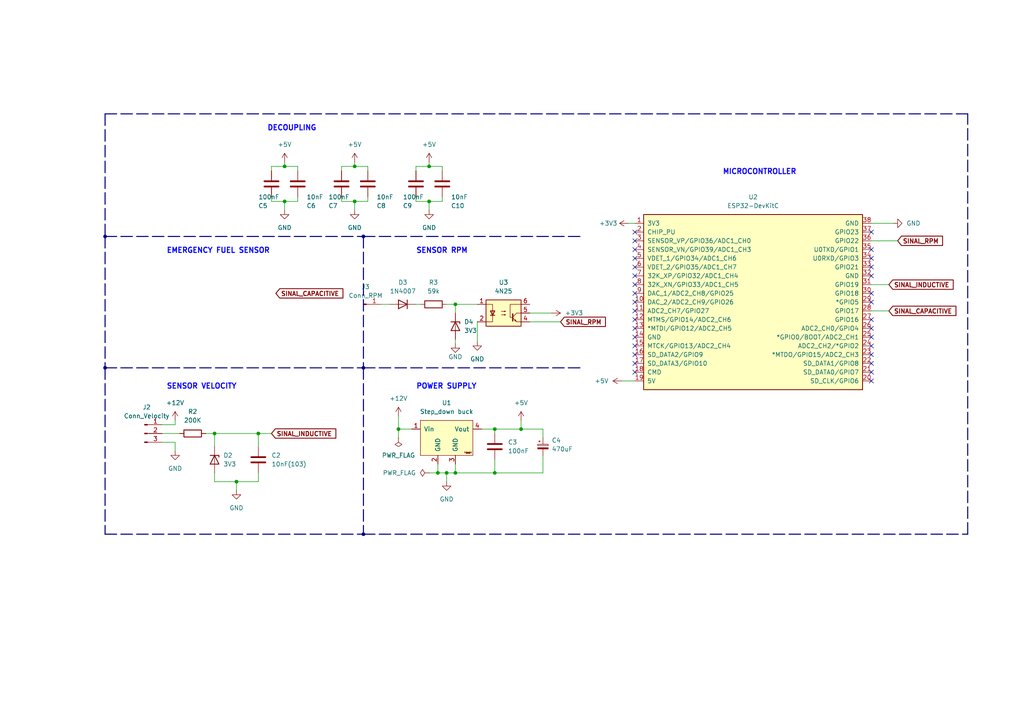
<source format=kicad_sch>
(kicad_sch (version 20230121) (generator eeschema)
  (paper "A4")
  (lib_symbols
    (symbol "Connector:Conn_01x01_Pin" (pin_names (offset 1.016) hide)
      (property "Reference" "J" (at 0 2.54 0))
      (property "Value" "Conn_01x01_Pin" (at 0 -2.54 0))
      (symbol "Conn_01x01_Pin_1_1"
        (polyline (pts (xy 1.27 0) (xy 0.8636 0)) (stroke (width 0.1524)))
        (rectangle (start 0.8636 0.127) (end 0 -0.127) (stroke (width 0.1524)) (fill (type outline)))
        (pin passive line (at 5.08 0 180) (length 3.81) (name "Pin_1") (number "1"))
      )
    )
    (symbol "Connector:Conn_01x03_Pin" (pin_names (offset 1.016) hide)
      (property "Reference" "J" (at 0 5.08 0))
      (property "Value" "Conn_01x03_Pin" (at 0 -5.08 0))
      (symbol "Conn_01x03_Pin_1_1"
        (polyline (pts (xy 1.27 -2.54) (xy 0.8636 -2.54)) (stroke (width 0.1524)))
        (polyline (pts (xy 1.27 0) (xy 0.8636 0)) (stroke (width 0.1524)))
        (polyline (pts (xy 1.27 2.54) (xy 0.8636 2.54)) (stroke (width 0.1524)))
        (rectangle (start 0.8636 -2.413) (end 0 -2.667) (stroke (width 0.1524)) (fill (type outline)))
        (rectangle (start 0.8636 0.127) (end 0 -0.127) (stroke (width 0.1524)) (fill (type outline)))
        (rectangle (start 0.8636 2.667) (end 0 2.413) (stroke (width 0.1524)) (fill (type outline)))
        (pin passive line (at 5.08 2.54 180) (length 3.81) (name "Pin_1") (number "1"))
        (pin passive line (at 5.08 0 180) (length 3.81) (name "Pin_2") (number "2"))
        (pin passive line (at 5.08 -2.54 180) (length 3.81) (name "Pin_3") (number "3"))
      )
    )
    (symbol "Device:C" (pin_numbers hide) (pin_names (offset 0.254))
      (property "Reference" "C" (at 0.635 2.54 0))
      (property "Value" "C" (at 0.635 -2.54 0))
      (symbol "C_0_1"
        (polyline (pts (xy -2.032 -0.762) (xy 2.032 -0.762)) (stroke (width 0.508)))
        (polyline (pts (xy -2.032 0.762) (xy 2.032 0.762)) (stroke (width 0.508)))
      )
      (symbol "C_1_1"
        (pin passive line (at 0 3.81 270) (length 2.794) (name "~") (number "1"))
        (pin passive line (at 0 -3.81 90) (length 2.794) (name "~") (number "2"))
      )
    )
    (symbol "Device:C_Polarized_Small" (pin_numbers hide) (pin_names (offset 0.254) hide)
      (property "Reference" "C" (at 0.254 1.778 0))
      (property "Value" "C_Polarized_Small" (at 0.254 -2.032 0))
      (symbol "C_Polarized_Small_0_1"
        (rectangle (start -1.524 -0.3048) (end 1.524 -0.6858) (fill (type outline)))
        (rectangle (start -1.524 0.6858) (end 1.524 0.3048))
        (polyline (pts (xy -1.27 1.524) (xy -0.762 1.524)))
        (polyline (pts (xy -1.016 1.27) (xy -1.016 1.778)))
      )
      (symbol "C_Polarized_Small_1_1"
        (pin passive line (at 0 2.54 270) (length 1.8542) (name "~") (number "1"))
        (pin passive line (at 0 -2.54 90) (length 1.8542) (name "~") (number "2"))
      )
    )
    (symbol "Device:D" (pin_numbers hide) (pin_names (offset 1.016) hide)
      (property "Reference" "D" (at 0 2.54 0))
      (property "Value" "D" (at 0 -2.54 0))
      (symbol "D_0_1"
        (polyline (pts (xy -1.27 1.27) (xy -1.27 -1.27)) (stroke (width 0.254)))
        (polyline (pts (xy 1.27 0) (xy -1.27 0)))
        (polyline (pts (xy 1.27 1.27) (xy 1.27 -1.27) (xy -1.27 0) (xy 1.27 1.27)) (stroke (width 0.254)))
      )
      (symbol "D_1_1"
        (pin passive line (at -3.81 0 0) (length 2.54) (name "K") (number "1"))
        (pin passive line (at 3.81 0 180) (length 2.54) (name "A") (number "2"))
      )
    )
    (symbol "Device:D_Zener" (pin_numbers hide) (pin_names (offset 1.016) hide)
      (property "Reference" "D" (at 0 2.54 0))
      (property "Value" "D_Zener" (at 0 -2.54 0))
      (symbol "D_Zener_0_1"
        (polyline (pts (xy 1.27 0) (xy -1.27 0)))
        (polyline (pts (xy -1.27 -1.27) (xy -1.27 1.27) (xy -0.762 1.27)) (stroke (width 0.254)))
        (polyline (pts (xy 1.27 -1.27) (xy 1.27 1.27) (xy -1.27 0) (xy 1.27 -1.27)) (stroke (width 0.254)))
      )
      (symbol "D_Zener_1_1"
        (pin passive line (at -3.81 0 0) (length 2.54) (name "K") (number "1"))
        (pin passive line (at 3.81 0 180) (length 2.54) (name "A") (number "2"))
      )
    )
    (symbol "Device:R" (pin_numbers hide) (pin_names (offset 0))
      (property "Reference" "R" (at 2.032 0 90))
      (property "Value" "R" (at 0 0 90))
      (symbol "R_0_1"
        (rectangle (start -1.016 -2.54) (end 1.016 2.54) (stroke (width 0.254)))
      )
      (symbol "R_1_1"
        (pin passive line (at 0 3.81 270) (length 1.27) (name "~") (number "1"))
        (pin passive line (at 0 -3.81 90) (length 1.27) (name "~") (number "2"))
      )
    )
    (symbol "Espressif:ESP32-DevKitC" (pin_names (offset 1.016))
      (property "Reference" "U" (at -30.48 30.48 0))
      (property "Value" "ESP32-DevKitC" (at -30.48 27.94 0))
      (symbol "ESP32-DevKitC_0_0"
        (pin power_in line (at -33.02 -10.16 0) (length 2.54) (name "GND") (number "14"))
        (pin power_in line (at -33.02 -22.86 0) (length 2.54) (name "5V") (number "19"))
      )
      (symbol "ESP32-DevKitC_0_1"
        (rectangle (start -30.48 25.4) (end 33.02 -25.4) (stroke (width 0.254)) (fill (type background)))
      )
      (symbol "ESP32-DevKitC_1_1"
        (pin power_in line (at -33.02 22.86 0) (length 2.54) (name "3V3") (number "1"))
        (pin bidirectional line (at -33.02 0 0) (length 2.54) (name "DAC_2/ADC2_CH9/GPIO26") (number "10"))
        (pin bidirectional line (at -33.02 -2.54 0) (length 2.54) (name "ADC2_CH7/GPIO27") (number "11"))
        (pin bidirectional line (at -33.02 -5.08 0) (length 2.54) (name "MTMS/GPIO14/ADC2_CH6") (number "12"))
        (pin bidirectional line (at -33.02 -7.62 0) (length 2.54) (name "*MTDI/GPIO12/ADC2_CH5") (number "13"))
        (pin bidirectional line (at -33.02 -12.7 0) (length 2.54) (name "MTCK/GPIO13/ADC2_CH4") (number "15"))
        (pin bidirectional line (at -33.02 -15.24 0) (length 2.54) (name "SD_DATA2/GPIO9") (number "16"))
        (pin bidirectional line (at -33.02 -17.78 0) (length 2.54) (name "SD_DATA3/GPIO10") (number "17"))
        (pin bidirectional line (at -33.02 -20.32 0) (length 2.54) (name "CMD") (number "18"))
        (pin input line (at -33.02 20.32 0) (length 2.54) (name "CHIP_PU") (number "2"))
        (pin bidirectional line (at 35.56 -22.86 180) (length 2.54) (name "SD_CLK/GPIO6") (number "20"))
        (pin bidirectional line (at 35.56 -20.32 180) (length 2.54) (name "SD_DATA0/GPIO7") (number "21"))
        (pin bidirectional line (at 35.56 -17.78 180) (length 2.54) (name "SD_DATA1/GPIO8") (number "22"))
        (pin bidirectional line (at 35.56 -15.24 180) (length 2.54) (name "*MTDO/GPIO15/ADC2_CH3") (number "23"))
        (pin bidirectional line (at 35.56 -12.7 180) (length 2.54) (name "ADC2_CH2/*GPIO2") (number "24"))
        (pin bidirectional line (at 35.56 -10.16 180) (length 2.54) (name "*GPIO0/BOOT/ADC2_CH1") (number "25"))
        (pin bidirectional line (at 35.56 -7.62 180) (length 2.54) (name "ADC2_CH0/GPIO4") (number "26"))
        (pin bidirectional line (at 35.56 -5.08 180) (length 2.54) (name "GPIO16") (number "27"))
        (pin bidirectional line (at 35.56 -2.54 180) (length 2.54) (name "GPIO17") (number "28"))
        (pin bidirectional line (at 35.56 0 180) (length 2.54) (name "*GPIO5") (number "29"))
        (pin input line (at -33.02 17.78 0) (length 2.54) (name "SENSOR_VP/GPIO36/ADC1_CH0") (number "3"))
        (pin bidirectional line (at 35.56 2.54 180) (length 2.54) (name "GPIO18") (number "30"))
        (pin bidirectional line (at 35.56 5.08 180) (length 2.54) (name "GPIO19") (number "31"))
        (pin power_in line (at 35.56 7.62 180) (length 2.54) (name "GND") (number "32"))
        (pin bidirectional line (at 35.56 10.16 180) (length 2.54) (name "GPIO21") (number "33"))
        (pin bidirectional line (at 35.56 12.7 180) (length 2.54) (name "U0RXD/GPIO3") (number "34"))
        (pin bidirectional line (at 35.56 15.24 180) (length 2.54) (name "U0TXD/GPIO1") (number "35"))
        (pin bidirectional line (at 35.56 17.78 180) (length 2.54) (name "GPIO22") (number "36"))
        (pin bidirectional line (at 35.56 20.32 180) (length 2.54) (name "GPIO23") (number "37"))
        (pin power_in line (at 35.56 22.86 180) (length 2.54) (name "GND") (number "38"))
        (pin input line (at -33.02 15.24 0) (length 2.54) (name "SENSOR_VN/GPIO39/ADC1_CH3") (number "4"))
        (pin input line (at -33.02 12.7 0) (length 2.54) (name "VDET_1/GPIO34/ADC1_CH6") (number "5"))
        (pin input line (at -33.02 10.16 0) (length 2.54) (name "VDET_2/GPIO35/ADC1_CH7") (number "6"))
        (pin bidirectional line (at -33.02 7.62 0) (length 2.54) (name "32K_XP/GPIO32/ADC1_CH4") (number "7"))
        (pin bidirectional line (at -33.02 5.08 0) (length 2.54) (name "32K_XN/GPIO33/ADC1_CH5") (number "8"))
        (pin bidirectional line (at -33.02 2.54 0) (length 2.54) (name "DAC_1/ADC2_CH8/GPIO25") (number "9"))
      )
    )
    (symbol "Isolator:4N25" (pin_names (offset 1.016))
      (property "Reference" "U" (at -5.08 5.08 0))
      (property "Value" "4N25" (at 0 5.08 0))
      (symbol "4N25_0_1"
        (rectangle (start -5.08 3.81) (end 5.08 -3.81) (stroke (width 0.254)) (fill (type background)))
        (polyline (pts (xy -3.81 -0.635) (xy -2.54 -0.635)) (stroke (width 0.254)))
        (polyline (pts (xy 2.667 -1.397) (xy 3.81 -2.54)))
        (polyline (pts (xy 2.667 -1.143) (xy 3.81 0)))
        (polyline (pts (xy 3.81 -2.54) (xy 5.08 -2.54)))
        (polyline (pts (xy 3.81 0) (xy 5.08 0)))
        (polyline (pts (xy 2.667 -0.254) (xy 2.667 -2.286) (xy 2.667 -2.286)) (stroke (width 0.3556)))
        (polyline (pts (xy -5.08 -2.54) (xy -3.175 -2.54) (xy -3.175 2.54) (xy -5.08 2.54)))
        (polyline (pts (xy -3.175 -0.635) (xy -3.81 0.635) (xy -2.54 0.635) (xy -3.175 -0.635)) (stroke (width 0.254)))
        (polyline (pts (xy 3.683 -2.413) (xy 3.429 -1.905) (xy 3.175 -2.159) (xy 3.683 -2.413)))
        (polyline (pts (xy 5.08 2.54) (xy 1.905 2.54) (xy 1.905 -1.27) (xy 2.54 -1.27)))
        (polyline (pts (xy -0.635 -0.508) (xy 0.635 -0.508) (xy 0.254 -0.635) (xy 0.254 -0.381) (xy 0.635 -0.508)))
        (polyline (pts (xy -0.635 0.508) (xy 0.635 0.508) (xy 0.254 0.381) (xy 0.254 0.635) (xy 0.635 0.508)))
      )
      (symbol "4N25_1_1"
        (pin passive line (at -7.62 2.54 0) (length 2.54) (name "~") (number "1"))
        (pin passive line (at -7.62 -2.54 0) (length 2.54) (name "~") (number "2"))
        (pin no_connect line (at -5.08 0 0) (length 2.54) hide (name "NC") (number "3"))
        (pin passive line (at 7.62 -2.54 180) (length 2.54) (name "~") (number "4"))
        (pin passive line (at 7.62 0 180) (length 2.54) (name "~") (number "5"))
        (pin passive line (at 7.62 2.54 180) (length 2.54) (name "~") (number "6"))
      )
    )
    (symbol "StepDown_LM2596:YAAJ_DCDC_StepDown_LM2596" (pin_names (offset 1.016))
      (property "Reference" "U" (at -5.08 6.35 0))
      (property "Value" "YAAJ_DCDC_StepDown_LM2596" (at 0 11.43 0))
      (symbol "YAAJ_DCDC_StepDown_LM2596_0_1"
        (rectangle (start -7.62 5.08) (end 7.62 -5.08) (fill (type background)))
      )
      (symbol "YAAJ_DCDC_StepDown_LM2596_1_1"
        (text "Y@@V" (at 6.1976 -4.2672 0) (effects (font (size 0.508 0.508))))
        (pin power_in line (at -10.16 2.54 0) (length 2.54) (name "Vin") (number "1"))
        (pin power_in line (at -2.54 -7.62 90) (length 2.54) (name "GND") (number "2"))
        (pin power_in line (at 2.54 -7.62 90) (length 2.54) (name "GND") (number "3"))
        (pin power_out line (at 10.16 2.54 180) (length 2.54) (name "Vout") (number "4"))
      )
    )
    (symbol "power:+12V" (power) (pin_names (offset 0))
      (property "Value" "+12V" (at 0 3.556 0))
      (symbol "+12V_0_1"
        (polyline (pts (xy -0.762 1.27) (xy 0 2.54)))
        (polyline (pts (xy 0 0) (xy 0 2.54)))
        (polyline (pts (xy 0 2.54) (xy 0.762 1.27)))
      )
      (symbol "+12V_1_1"
        (pin power_in line (at 0 0 90) (length 0) hide (name "+12V") (number "1"))
      )
    )
    (symbol "power:+3V3" (power) (pin_names (offset 0))
      (property "Value" "+3V3" (at 0 3.556 0))
      (symbol "+3V3_0_1"
        (polyline (pts (xy -0.762 1.27) (xy 0 2.54)))
        (polyline (pts (xy 0 0) (xy 0 2.54)))
        (polyline (pts (xy 0 2.54) (xy 0.762 1.27)))
      )
      (symbol "+3V3_1_1"
        (pin power_in line (at 0 0 90) (length 0) hide (name "+3V3") (number "1"))
      )
    )
    (symbol "power:+5V" (power) (pin_names (offset 0))
      (property "Value" "+5V" (at 0 3.556 0))
      (symbol "+5V_0_1"
        (polyline (pts (xy -0.762 1.27) (xy 0 2.54)))
        (polyline (pts (xy 0 0) (xy 0 2.54)))
        (polyline (pts (xy 0 2.54) (xy 0.762 1.27)))
      )
      (symbol "+5V_1_1"
        (pin power_in line (at 0 0 90) (length 0) hide (name "+5V") (number "1"))
      )
    )
    (symbol "power:GND" (power) (pin_names (offset 0))
      (property "Value" "GND" (at 0 -3.81 0))
      (symbol "GND_0_1"
        (polyline (pts (xy 0 0) (xy 0 -1.27) (xy 1.27 -1.27) (xy 0 -2.54) (xy -1.27 -1.27) (xy 0 -1.27)))
      )
      (symbol "GND_1_1"
        (pin power_in line (at 0 0 270) (length 0) hide (name "GND") (number "1"))
      )
    )
    (symbol "power:PWR_FLAG" (power) (pin_numbers hide) (pin_names (offset 0) hide)
      (property "Value" "PWR_FLAG" (at 0 3.81 0))
      (symbol "PWR_FLAG_0_0"
        (pin power_out line (at 0 0 90) (length 0) (name "pwr") (number "1"))
      )
      (symbol "PWR_FLAG_0_1"
        (polyline (pts (xy 0 0) (xy 0 1.27) (xy -1.016 1.905) (xy 0 2.54) (xy 1.016 1.905) (xy 0 1.27)))
      )
    )
  )
  (junction (at 62.23 125.73))
  (junction (at 115.57 124.46))
  (junction (at 82.55 58.42))
  (junction (at 102.87 58.42))
  (junction (at 132.08 137.16))
  (junction (at 30.48 68.58))
  (junction (at 102.87 48.26))
  (junction (at 132.08 88.265))
  (junction (at 151.13 124.46))
  (junction (at 143.51 137.16))
  (junction (at 143.51 124.46))
  (junction (at 105.41 106.68))
  (junction (at 74.93 125.73))
  (junction (at 127 137.16))
  (junction (at 124.46 48.26))
  (junction (at 82.55 48.26))
  (junction (at 129.54 137.16))
  (junction (at 105.41 68.58))
  (junction (at 124.46 58.42))
  (junction (at 30.48 106.68))
  (junction (at 105.41 154.94))
  (junction (at 68.58 139.7))
  (no_connect (at 252.73 67.31))
  (no_connect (at 184.15 107.95))
  (no_connect (at 252.73 100.33))
  (no_connect (at 184.15 80.01))
  (no_connect (at 184.15 74.93))
  (no_connect (at 252.73 77.47))
  (no_connect (at 252.73 87.63))
  (no_connect (at 184.15 102.87))
  (no_connect (at 184.15 69.85))
  (no_connect (at 252.73 105.41))
  (no_connect (at 184.15 105.41))
  (no_connect (at 184.15 97.79))
  (no_connect (at 252.73 107.95))
  (no_connect (at 184.15 72.39))
  (no_connect (at 184.15 100.33))
  (no_connect (at 184.15 87.63))
  (no_connect (at 252.73 72.39))
  (no_connect (at 252.73 92.71))
  (no_connect (at 184.15 85.09))
  (no_connect (at 252.73 95.25))
  (no_connect (at 184.15 82.55))
  (no_connect (at 184.15 77.47))
  (no_connect (at 252.73 97.79))
  (no_connect (at 252.73 102.87))
  (no_connect (at 184.15 67.31))
  (no_connect (at 252.73 74.93))
  (no_connect (at 252.73 85.09))
  (no_connect (at 184.15 95.25))
  (no_connect (at 252.73 80.01))
  (no_connect (at 184.15 90.17))
  (no_connect (at 184.15 92.71))
  (no_connect (at 252.73 110.49))
  (bus (pts (xy 30.48 68.58) (xy 105.41 68.58)) (stroke (width 0) (type dash)))
  (wire (pts (xy 62.23 137.16) (xy 62.23 139.7)))
  (wire (pts (xy 68.58 139.7) (xy 74.93 139.7)))
  (bus (pts (xy 30.48 33.02) (xy 280.67 33.02)) (stroke (width 0) (type dash)))
  (bus (pts (xy 30.48 106.68) (xy 30.48 154.94)) (stroke (width 0) (type dash)))
  (wire (pts (xy 82.55 48.26) (xy 86.36 48.26)))
  (bus (pts (xy 105.41 106.68) (xy 168.91 106.68)) (stroke (width 0) (type dash)))
  (bus (pts (xy 105.41 68.58) (xy 105.41 106.68)) (stroke (width 0) (type dash)))
  (wire (pts (xy 252.73 69.85) (xy 260.35 69.85)))
  (wire (pts (xy 132.08 88.265) (xy 138.43 88.265)))
  (wire (pts (xy 86.36 58.42) (xy 86.36 57.15)))
  (wire (pts (xy 132.08 88.265) (xy 132.08 90.805)))
  (wire (pts (xy 252.73 64.77) (xy 259.08 64.77)))
  (bus (pts (xy 105.41 106.68) (xy 105.41 154.94)) (stroke (width 0) (type dash)))
  (wire (pts (xy 143.51 124.46) (xy 143.51 125.73)))
  (wire (pts (xy 132.08 137.16) (xy 132.08 134.62)))
  (wire (pts (xy 106.68 48.26) (xy 106.68 49.53)))
  (bus (pts (xy 105.41 68.58) (xy 168.91 68.58)) (stroke (width 0) (type dash)))
  (wire (pts (xy 115.57 127) (xy 115.57 124.46)))
  (bus (pts (xy 30.48 33.02) (xy 30.48 68.58)) (stroke (width 0) (type dash)))
  (wire (pts (xy 102.87 48.26) (xy 106.68 48.26)))
  (bus (pts (xy 30.48 106.68) (xy 105.41 106.68)) (stroke (width 0) (type dash)))
  (wire (pts (xy 252.73 82.55) (xy 257.81 82.55)))
  (wire (pts (xy 86.36 48.26) (xy 86.36 49.53)))
  (wire (pts (xy 102.87 48.26) (xy 102.87 46.99)))
  (wire (pts (xy 74.93 125.73) (xy 74.93 129.54)))
  (wire (pts (xy 46.99 125.73) (xy 52.07 125.73)))
  (wire (pts (xy 124.46 48.26) (xy 128.27 48.26)))
  (wire (pts (xy 99.06 48.26) (xy 102.87 48.26)))
  (wire (pts (xy 120.65 57.15) (xy 120.65 58.42)))
  (wire (pts (xy 128.27 58.42) (xy 128.27 57.15)))
  (wire (pts (xy 102.87 58.42) (xy 102.87 60.96)))
  (wire (pts (xy 102.87 58.42) (xy 106.68 58.42)))
  (wire (pts (xy 59.69 125.73) (xy 62.23 125.73)))
  (wire (pts (xy 127 137.16) (xy 129.54 137.16)))
  (wire (pts (xy 50.8 123.19) (xy 50.8 121.92)))
  (wire (pts (xy 62.23 125.73) (xy 62.23 129.54)))
  (wire (pts (xy 129.54 88.265) (xy 132.08 88.265)))
  (bus (pts (xy 30.48 154.94) (xy 105.41 154.94)) (stroke (width 0) (type dash)))
  (wire (pts (xy 99.06 57.15) (xy 99.06 58.42)))
  (wire (pts (xy 120.65 88.265) (xy 121.92 88.265)))
  (wire (pts (xy 124.46 58.42) (xy 128.27 58.42)))
  (wire (pts (xy 153.67 90.805) (xy 160.02 90.805)))
  (wire (pts (xy 129.54 137.16) (xy 132.08 137.16)))
  (wire (pts (xy 99.06 49.53) (xy 99.06 48.26)))
  (wire (pts (xy 182.245 64.77) (xy 184.15 64.77)))
  (wire (pts (xy 143.51 133.35) (xy 143.51 137.16)))
  (wire (pts (xy 110.49 88.265) (xy 113.03 88.265)))
  (wire (pts (xy 74.93 125.73) (xy 78.74 125.73)))
  (wire (pts (xy 151.13 121.92) (xy 151.13 124.46)))
  (wire (pts (xy 78.74 57.15) (xy 78.74 58.42)))
  (wire (pts (xy 157.48 132.08) (xy 157.48 137.16)))
  (wire (pts (xy 74.93 139.7) (xy 74.93 137.16)))
  (wire (pts (xy 78.74 48.26) (xy 82.55 48.26)))
  (wire (pts (xy 99.06 58.42) (xy 102.87 58.42)))
  (wire (pts (xy 143.51 137.16) (xy 132.08 137.16)))
  (wire (pts (xy 151.13 124.46) (xy 157.48 124.46)))
  (bus (pts (xy 30.48 68.58) (xy 30.48 106.68)) (stroke (width 0) (type dash)))
  (wire (pts (xy 132.08 98.425) (xy 132.08 99.695)))
  (wire (pts (xy 129.54 137.16) (xy 129.54 139.7)))
  (bus (pts (xy 280.67 154.94) (xy 280.67 33.02)) (stroke (width 0) (type dash)))
  (wire (pts (xy 124.46 48.26) (xy 124.46 46.99)))
  (wire (pts (xy 46.99 128.27) (xy 50.8 128.27)))
  (wire (pts (xy 128.27 48.26) (xy 128.27 49.53)))
  (wire (pts (xy 62.23 139.7) (xy 68.58 139.7)))
  (wire (pts (xy 115.57 120.65) (xy 115.57 124.46)))
  (wire (pts (xy 127 134.62) (xy 127 137.16)))
  (wire (pts (xy 157.48 137.16) (xy 143.51 137.16)))
  (wire (pts (xy 78.74 49.53) (xy 78.74 48.26)))
  (wire (pts (xy 120.65 58.42) (xy 124.46 58.42)))
  (wire (pts (xy 120.65 48.26) (xy 124.46 48.26)))
  (wire (pts (xy 82.55 58.42) (xy 86.36 58.42)))
  (wire (pts (xy 153.67 93.345) (xy 162.56 93.345)))
  (wire (pts (xy 62.23 125.73) (xy 74.93 125.73)))
  (wire (pts (xy 106.68 58.42) (xy 106.68 57.15)))
  (wire (pts (xy 124.46 137.16) (xy 127 137.16)))
  (wire (pts (xy 68.58 139.7) (xy 68.58 142.24)))
  (wire (pts (xy 138.43 93.345) (xy 138.43 99.06)))
  (wire (pts (xy 139.7 124.46) (xy 143.51 124.46)))
  (wire (pts (xy 46.99 123.19) (xy 50.8 123.19)))
  (wire (pts (xy 157.48 124.46) (xy 157.48 127)))
  (wire (pts (xy 252.73 90.17) (xy 257.81 90.17)))
  (wire (pts (xy 120.65 49.53) (xy 120.65 48.26)))
  (wire (pts (xy 50.8 128.27) (xy 50.8 130.81)))
  (wire (pts (xy 143.51 124.46) (xy 151.13 124.46)))
  (wire (pts (xy 82.55 48.26) (xy 82.55 46.99)))
  (wire (pts (xy 180.34 110.49) (xy 184.15 110.49)))
  (wire (pts (xy 124.46 58.42) (xy 124.46 60.96)))
  (wire (pts (xy 115.57 124.46) (xy 119.38 124.46)))
  (bus (pts (xy 105.41 154.94) (xy 280.67 154.94)) (stroke (width 0) (type dash)))
  (wire (pts (xy 78.74 58.42) (xy 82.55 58.42)))
  (wire (pts (xy 82.55 58.42) (xy 82.55 60.96)))
  (text "SENSOR RPM" (at 120.65 73.66 0) (effects (font (size 1.5 1.5) (thickness 0.3) bold) (justify left bottom)))
  (text "SENSOR VELOCITY\n" (at 48.26 113.03 0) (effects (font (size 1.5 1.5) (thickness 0.3) bold) (justify left bottom)))
  (text "DECOUPLING" (at 77.47 38.1 0) (effects (font (size 1.5 1.5) bold) (justify left bottom)))
  (text "MICROCONTROLLER	" (at 209.55 50.8 0) (effects (font (size 1.5 1.5) bold) (justify left bottom)))
  (text "POWER SUPPLY	" (at 120.65 113.03 0) (effects (font (size 1.5 1.5) bold) (justify left bottom)))
  (text "EMERGENCY FUEL SENSOR" (at 48.26 73.66 0) (effects (font (size 1.5 1.5) (thickness 0.3) bold) (justify left bottom)))
  (global_label "SINAL_CAPACITIVE" (shape input) (at 257.81 90.17 0) (effects (font (thickness 0.254) bold)) (property "Intersheetrefs" "${INTERSHEET_REFS}" (effects hide)))
  (global_label "SINAL_RPM" (shape input) (at 260.35 69.85 0) (effects (font bold)) (property "Intersheetrefs" "${INTERSHEET_REFS}" (effects hide)))
  (global_label "SINAL_INDUCTIVE" (shape input) (at 78.74 125.73 0) (effects (font (thickness 0.254) bold)) (property "Intersheetrefs" "${INTERSHEET_REFS}" (effects hide)))
  (global_label "SINAL_RPM" (shape input) (at 162.56 93.345 0) (effects (font bold)) (property "Intersheetrefs" "${INTERSHEET_REFS}" (effects hide)))
  (global_label "SINAL_CAPACITIVE" (shape input) (at 80.01 85.09 0) (effects (font (thickness 0.254) bold)) (property "Intersheetrefs" "${INTERSHEET_REFS}" (effects hide)))
  (global_label "SINAL_INDUCTIVE" (shape input) (at 257.81 82.55 0) (effects (font (thickness 0.254) bold)) (property "Intersheetrefs" "${INTERSHEET_REFS}" (effects hide)))
  (symbol (lib_id "StepDown_LM2596:YAAJ_DCDC_StepDown_LM2596") (at 129.54 127 0) (unit 1)
    (property "Reference" "U1" (at 129.54 116.84 0))
    (property "Value" "Step_down buck" (at 129.54 119.38 0))
  )
  (symbol (lib_id "Device:D") (at 116.84 88.265 180) (unit 1)
    (property "Reference" "D3" (at 116.84 81.915 0))
    (property "Value" "1N4007" (at 116.84 84.455 0))
    (property "Sim.Device" "D" (effects hide))
    (property "Sim.Pins" "1=K 2=A" (effects hide))
  )
  (symbol (lib_id "power:GND") (at 102.87 60.96 0) (unit 1)
    (property "Reference" "#PWR014" (effects hide))
    (property "Value" "GND" (at 102.87 66.04 0))
  )
  (symbol (lib_id "Connector:Conn_01x03_Pin") (at 41.91 125.73 0) (unit 1)
    (property "Reference" "J2" (at 42.545 118.11 0))
    (property "Value" "Conn_Velocity" (at 42.545 120.65 0))
  )
  (symbol (lib_id "power:+3V3") (at 160.02 90.805 270) (unit 1)
    (property "Reference" "#PWR020" (effects hide))
    (property "Value" "+3V3" (at 163.83 90.805 90) (effects (justify left)))
  )
  (symbol (lib_id "power:GND") (at 259.08 64.77 90) (unit 1)
    (property "Reference" "#PWR02" (effects hide))
    (property "Value" "GND" (at 262.89 64.77 90) (effects (justify right)))
  )
  (symbol (lib_id "power:+5V") (at 180.34 110.49 90) (unit 1)
    (property "Reference" "#PWR017" (effects hide))
    (property "Value" "+5V" (at 176.53 110.49 90) (effects (justify left)))
  )
  (symbol (lib_id "power:+12V") (at 50.8 121.92 0) (unit 1)
    (property "Reference" "#PWR04" (effects hide))
    (property "Value" "+12V" (at 50.8 116.84 0))
  )
  (symbol (lib_id "Device:C") (at 86.36 53.34 0) (unit 1)
    (property "Reference" "C6" (at 88.9 59.69 0) (effects (justify left)))
    (property "Value" "10nF" (at 88.9 57.15 0) (effects (justify left)))
  )
  (symbol (lib_id "power:GND") (at 82.55 60.96 0) (unit 1)
    (property "Reference" "#PWR012" (effects hide))
    (property "Value" "GND" (at 82.55 66.04 0))
  )
  (symbol (lib_id "Device:C") (at 120.65 53.34 0) (unit 1)
    (property "Reference" "C9" (at 116.84 59.69 0) (effects (justify left)))
    (property "Value" "100nF" (at 116.84 57.15 0) (effects (justify left)))
  )
  (symbol (lib_id "power:+5V") (at 151.13 121.92 0) (unit 1)
    (property "Reference" "#PWR010" (effects hide))
    (property "Value" "+5V" (at 151.13 116.84 0))
  )
  (symbol (lib_id "power:+5V") (at 82.55 46.99 0) (unit 1)
    (property "Reference" "#PWR011" (effects hide))
    (property "Value" "+5V" (at 82.55 41.91 0))
  )
  (symbol (lib_id "Espressif:ESP32-DevKitC") (at 217.17 87.63 0) (unit 1)
    (property "Reference" "U2" (at 218.44 57.15 0))
    (property "Value" "ESP32-DevKitC" (at 218.44 59.69 0))
    (property "Footprint" "Espressif:ESP32-DevKitC" (effects hide))
    (property "Datasheet" "https://docs.espressif.com/projects/esp-idf/zh_CN/latest/esp32/hw-reference/esp32/get-started-devkitc.html" (effects hide))
  )
  (symbol (lib_id "Device:C") (at 143.51 129.54 0) (unit 1)
    (property "Reference" "C3" (at 147.32 128.27 0) (effects (justify left)))
    (property "Value" "100nF" (at 147.32 130.81 0) (effects (justify left)))
  )
  (symbol (lib_id "Device:C_Polarized_Small") (at 157.48 129.54 0) (unit 1)
    (property "Reference" "C4" (at 160.02 127.7239 0) (effects (justify left)))
    (property "Value" "470uF" (at 160.02 130.2639 0) (effects (justify left)))
  )
  (symbol (lib_id "power:GND") (at 132.08 99.695 0) (unit 1)
    (property "Reference" "#PWR07" (effects hide))
    (property "Value" "GND" (at 132.08 103.505 0))
  )
  (symbol (lib_id "power:+5V") (at 124.46 46.99 0) (unit 1)
    (property "Reference" "#PWR015" (effects hide))
    (property "Value" "+5V" (at 124.46 41.91 0))
  )
  (symbol (lib_id "Device:D_Zener") (at 62.23 133.35 270) (unit 1)
    (property "Reference" "D2" (at 64.77 132.08 90) (effects (justify left)))
    (property "Value" "3V3" (at 64.77 134.62 90) (effects (justify left)))
  )
  (symbol (lib_id "Device:C") (at 128.27 53.34 0) (unit 1)
    (property "Reference" "C10" (at 130.81 59.69 0) (effects (justify left)))
    (property "Value" "10nF" (at 130.81 57.15 0) (effects (justify left)))
  )
  (symbol (lib_id "Device:R") (at 55.88 125.73 90) (unit 1)
    (property "Reference" "R2" (at 55.88 119.38 90))
    (property "Value" "200K" (at 55.88 121.92 90))
  )
  (symbol (lib_id "Connector:Conn_01x01_Pin") (at 105.41 88.265 0) (unit 1)
    (property "Reference" "J3" (at 106.045 83.185 0))
    (property "Value" "Conn_RPM" (at 106.045 85.725 0))
  )
  (symbol (lib_id "power:GND") (at 68.58 142.24 0) (unit 1)
    (property "Reference" "#PWR06" (effects hide))
    (property "Value" "GND" (at 68.58 147.32 0))
  )
  (symbol (lib_id "Device:C") (at 99.06 53.34 0) (unit 1)
    (property "Reference" "C7" (at 95.25 59.69 0) (effects (justify left)))
    (property "Value" "100nF" (at 95.25 57.15 0) (effects (justify left)))
  )
  (symbol (lib_id "Device:C") (at 78.74 53.34 0) (unit 1)
    (property "Reference" "C5" (at 74.93 59.69 0) (effects (justify left)))
    (property "Value" "100nF" (at 74.93 57.15 0) (effects (justify left)))
  )
  (symbol (lib_id "power:+12V") (at 115.57 120.65 0) (unit 1)
    (property "Reference" "#PWR08" (effects hide))
    (property "Value" "+12V" (at 115.57 115.57 0))
  )
  (symbol (lib_id "power:GND") (at 129.54 139.7 0) (unit 1)
    (property "Reference" "#PWR09" (effects hide))
    (property "Value" "GND" (at 129.54 144.78 0))
  )
  (symbol (lib_id "power:PWR_FLAG") (at 115.57 127 180) (unit 1)
    (property "Reference" "#FLG01" (effects hide))
    (property "Value" "PWR_FLAG" (at 115.57 132.08 0))
  )
  (symbol (lib_id "Device:D_Zener") (at 132.08 94.615 270) (unit 1)
    (property "Reference" "D4" (at 134.62 93.345 90) (effects (justify left)))
    (property "Value" "3V3" (at 134.62 95.885 90) (effects (justify left)))
  )
  (symbol (lib_id "Isolator:4N25") (at 146.05 90.805 0) (unit 1)
    (property "Reference" "U3" (at 146.05 81.915 0))
    (property "Value" "4N25" (at 146.05 84.455 0))
    (property "Footprint" "Package_DIP:DIP-6_W7.62mm" (effects hide))
    (property "Datasheet" "https://www.vishay.com/docs/83725/4n25.pdf" (effects hide))
  )
  (symbol (lib_id "Device:R") (at 125.73 88.265 90) (unit 1)
    (property "Reference" "R3" (at 125.73 81.915 90))
    (property "Value" "59k" (at 125.73 84.455 90))
  )
  (symbol (lib_id "Device:C") (at 106.68 53.34 0) (unit 1)
    (property "Reference" "C8" (at 109.22 59.69 0) (effects (justify left)))
    (property "Value" "10nF" (at 109.22 57.15 0) (effects (justify left)))
  )
  (symbol (lib_id "power:PWR_FLAG") (at 124.46 137.16 90) (unit 1)
    (property "Reference" "#FLG02" (effects hide))
    (property "Value" "PWR_FLAG" (at 120.65 137.16 90) (effects (justify left)))
  )
  (symbol (lib_id "power:+5V") (at 102.87 46.99 0) (unit 1)
    (property "Reference" "#PWR013" (effects hide))
    (property "Value" "+5V" (at 102.87 41.91 0))
  )
  (symbol (lib_id "power:GND") (at 124.46 60.96 0) (unit 1)
    (property "Reference" "#PWR016" (effects hide))
    (property "Value" "GND" (at 124.46 66.04 0))
  )
  (symbol (lib_id "power:GND") (at 50.8 130.81 0) (unit 1)
    (property "Reference" "#PWR05" (effects hide))
    (property "Value" "GND" (at 50.8 135.89 0))
  )
  (symbol (lib_id "power:+3V3") (at 182.245 64.77 90) (unit 1)
    (property "Reference" "#PWR019" (effects hide))
    (property "Value" "+3V3" (at 179.07 64.77 90) (effects (justify left)))
  )
  (symbol (lib_id "power:GND") (at 138.43 99.06 0) (unit 1)
    (property "Reference" "#PWR021" (effects hide))
    (property "Value" "GND" (at 138.43 104.14 0))
  )
  (symbol (lib_id "Device:C") (at 74.93 133.35 0) (unit 1)
    (property "Reference" "C2" (at 78.74 132.08 0) (effects (justify left)))
    (property "Value" "10nF(103)" (at 78.74 134.62 0) (effects (justify left)))
  )
)
</source>
